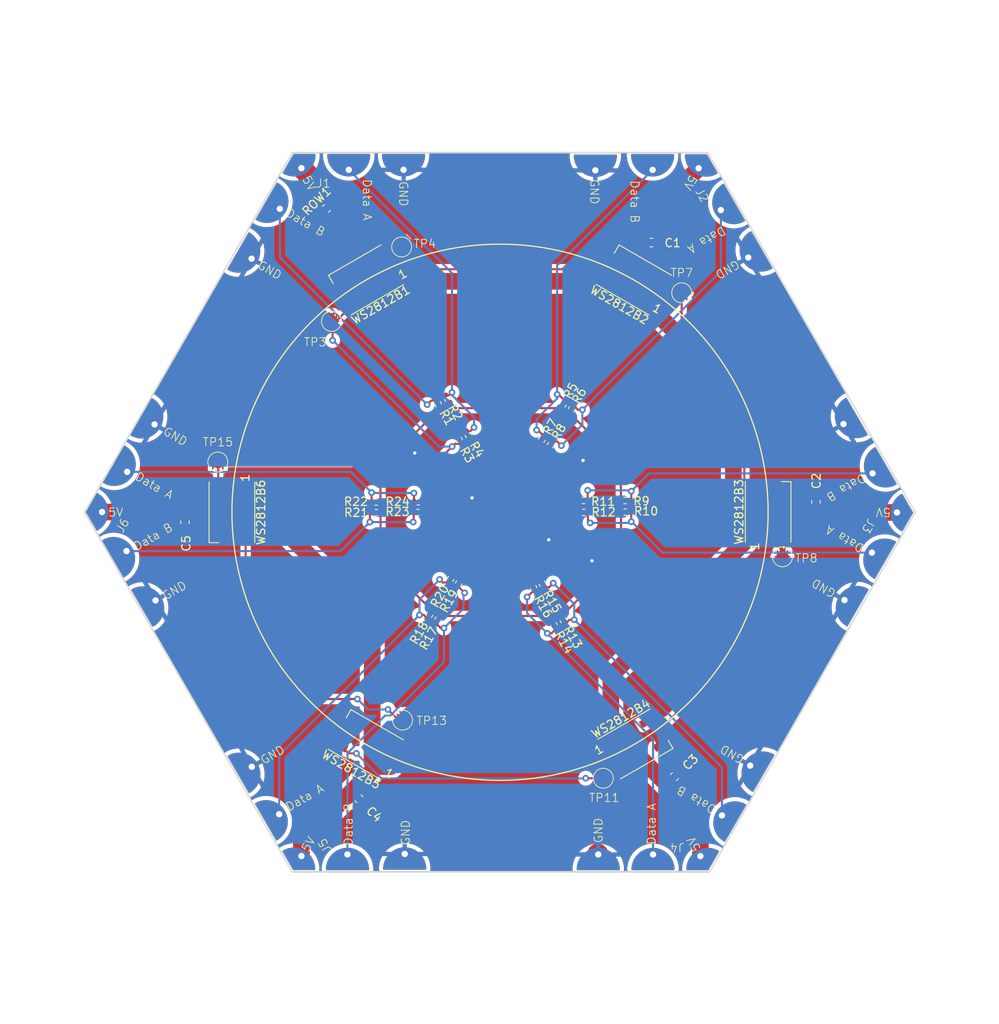
<source format=kicad_pcb>
(kicad_pcb (version 20240108) (generator "pcbnew") (generator_version "8.0")
  (layers (0 "F.Cu" signal) (31 "B.Cu" signal) (34 "B.Paste" user) (35 "F.Paste" user) (36 "B.SilkS" user "B.Silkscreen") (37 "F.SilkS" user "F.Silkscreen") (38 "B.Mask" user) (39 "F.Mask" user) (44 "Edge.Cuts" user))
  (net 0 "")
  (net 1 "+5V")
  (net 2 "GND")
  (net 3 "Net-(J1-Pin_2)")
  (net 4 "Net-(J1-Pin_3)")
  (net 5 "Net-(J2-Pin_3)")
  (net 6 "Net-(J2-Pin_2)")
  (net 7 "Net-(J3-Pin_2)")
  (net 8 "Net-(J3-Pin_3)")
  (net 9 "Net-(J4-Pin_3)")
  (net 10 "Net-(J4-Pin_2)")
  (net 11 "Net-(J5-Pin_3)")
  (net 12 "Net-(J5-Pin_2)")
  (net 13 "Net-(J6-Pin_2)")
  (net 14 "Net-(J6-Pin_3)")
  (net 15 "LED_OUT")
  (net 16 "LED_IN")
  (net 17 "Net-(WS2812B1-DOU)")
  (net 18 "Net-(WS2812B2-DOU)")
  (net 19 "Net-(WS2812B3-DOU)")
  (net 20 "Net-(WS2812B4-DOU)")
  (net 21 "Net-(WS2812B5-DOU)")
  (footprint "SWS-Library:SWS-Testpoint-Bug-SM-2.4mm" (layer "F.Cu") (at 124.52 160.38)
    (property "Reference" "TP13")
    (property "Value" "TestPoint")
  )
  (footprint "Resistor_SMD:R_0402_1005Metric" (layer "F.Cu") (at 142.35 127.26 60)
    (property "Reference" "R8")
    (property "Value" "0")
  )
  (footprint "Resistor_SMD:R_0402_1005Metric" (layer "F.Cu") (at 132.45 126.04 120)
    (property "Reference" "R4")
    (property "Value" "0")
  )
  (footprint "SWS-Library:SWS-Testpoint-Bug-SM-2.4mm" (layer "F.Cu") (at 115.96 112.36)
    (property "Reference" "TP3")
    (property "Value" "TestPoint")
  )
  (footprint "SWS-Library:dodecahedron_corner" (layer "F.Cu") (at 185.94 135.53 -120)
    (property "Reference" "J3")
    (property "Value" "Conn_01x04" (hide yes))
  )
  (footprint "Resistor_SMD:R_0402_1005Metric" (layer "F.Cu") (at 121.35 134.12 180)
    (property "Reference" "R22")
    (property "Value" "0")
  )
  (footprint "SWS-Library:SWS-Testpoint-Bug-SM-2.4mm" (layer "F.Cu") (at 158.14 108.92)
    (property "Reference" "TP7")
    (property "Value" "TestPoint")
  )
  (footprint "SWS-Library:C_0603_1608Metric" (layer "F.Cu") (at 154.49 102.87)
    (property "Reference" "C1")
    (property "Value" "1uF,25V,X5R")
  )
  (footprint "Resistor_SMD:R_0402_1005Metric" (layer "F.Cu") (at 151.34 135.33)
    (property "Reference" "R10")
    (property "Value" "0")
  )
  (footprint "SWS-Library:C_0603_1608Metric" (layer "F.Cu") (at 174.31 134.09 90)
    (property "Reference" "C2")
    (property "Value" "1uF,25V,X5R")
  )
  (footprint "LED_SMD:LED_WS2812B_PLCC4_5.0x5.0mm_P3.2mm" (layer "F.Cu") (at 168.55 135.31 90)
    (property "Reference" "WS2812B3")
    (property "Value" "XL-5050RGBC-WS2812B")
  )
  (footprint "Resistor_SMD:R_0402_1005Metric" (layer "F.Cu") (at 126.41 134.09 180)
    (property "Reference" "R24")
    (property "Value" "0")
  )
  (footprint "Resistor_SMD:R_0402_1005Metric" (layer "F.Cu") (at 126.38 135.38 180)
    (property "Reference" "R23")
    (property "Value" "0")
  )
  (footprint "Resistor_SMD:R_0402_1005Metric" (layer "F.Cu") (at 127.76 147.7 -120)
    (property "Reference" "R18")
    (property "Value" "0")
  )
  (footprint "LED_SMD:LED_WS2812B_PLCC4_5.0x5.0mm_P3.2mm" (layer "F.Cu") (at 103.97 135.36 -90)
    (property "Reference" "WS2812B6")
    (property "Value" "XL-5050RGBC-WS2812B")
  )
  (footprint "Resistor_SMD:R_0402_1005Metric" (layer "F.Cu") (at 151.32 133.94)
    (property "Reference" "R9")
    (property "Value" "0")
  )
  (footprint "Resistor_SMD:R_0402_1005Metric" (layer "F.Cu") (at 131.28 143.93 -120)
    (property "Reference" "R19")
    (property "Value" "0")
  )
  (footprint "LED_SMD:LED_WS2812B_PLCC4_5.0x5.0mm_P3.2mm" (layer "F.Cu") (at 152.383238 107.366058 150)
    (property "Reference" "WS2812B2")
    (property "Value" "XL-5050RGBC-WS2812B")
  )
  (footprint "LED_SMD:LED_WS2812B_PLCC4_5.0x5.0mm_P3.2mm" (layer "F.Cu") (at 120.133238 107.366058 -150)
    (property "Reference" "WS2812B1")
    (property "Value" "XL-5050RGBC-WS2812B")
  )
  (footprint "SWS-Library:C_0603_1608Metric" (layer "F.Cu") (at 115.35 98.76 45)
    (property "Reference" "ROW1")
    (property "Value" "10uF,10V,X5R ")
  )
  (footprint "Resistor_SMD:R_0402_1005Metric" (layer "F.Cu") (at 141.36 143.94 -60)
    (property "Reference" "R15")
    (property "Value" "0")
  )
  (footprint "SWS-Library:C_0603_1608Metric" (layer "F.Cu") (at 157.27 167.18 45)
    (property "Reference" "C3")
    (property "Value" "1uF,25V,X5R")
  )
  (footprint "Resistor_SMD:R_0402_1005Metric" (layer "F.Cu") (at 121.36 135.4 180)
    (property "Reference" "R21")
    (property "Value" "0")
  )
  (footprint "Resistor_SMD:R_0402_1005Metric" (layer "F.Cu") (at 141.29 126.62 60)
    (property "Reference" "R7")
    (property "Value" "0")
  )
  (footprint "Resistor_SMD:R_0402_1005Metric" (layer "F.Cu") (at 142.75 148.95 -60)
    (property "Reference" "R14")
    (property "Value" "0")
  )
  (footprint "SWS-Library:SWS-Testpoint-Bug-SM-2.4mm" (layer "F.Cu") (at 102.27 129.3)
    (property "Reference" "TP15")
    (property "Value" "TestPoint")
  )
  (footprint "Resistor_SMD:R_0402_1005Metric" (layer "F.Cu") (at 146.3 133.93)
    (property "Reference" "R11")
    (property "Value" "0")
  )
  (footprint "LED_SMD:LED_WS2812B_PLCC4_5.0x5.0mm_P3.2mm" (layer "F.Cu") (at 152.553238 163.246058 30)
    (property "Reference" "WS2812B4")
    (property "Value" "XL-5050RGBC-WS2812B")
  )
  (footprint "Resistor_SMD:R_0402_1005Metric" (layer "F.Cu") (at 140.31 144.49 -60)
    (property "Reference" "R16")
    (property "Value" "0")
  )
  (footprint "Resistor_SMD:R_0402_1005Metric" (layer "F.Cu") (at 128.8 148.28 -120)
    (property "Reference" "R17")
    (property "Value" "0")
  )
  (footprint "SWS-Library:SWS-Testpoint-Bug-SM-2.4mm" (layer "F.Cu") (at 170.28 140.71)
    (property "Reference" "TP8")
    (property "Value" "TestPoint")
  )
  (footprint "SWS-Library:C_0603_1608Metric" (layer "F.Cu") (at 119.27 169.86 -45)
    (property "Reference" "C4")
    (property "Value" "1uF,25V,X5R")
  )
  (footprint "SWS-Library:dodecahedron_corner" (layer "F.Cu") (at 161.19 178.46 180)
    (property "Reference" "J4")
    (property "Value" "Conn_01x04" (hide yes))
  )
  (footprint "SWS-Library:dodecahedron_corner" (layer "F.Cu") (at 86.457757 135.16282 60)
    (property "Reference" "J6")
    (property "Value" "Conn_01x04" (hide yes))
  )
  (footprint "Resistor_SMD:R_0402_1005Metric" (layer "F.Cu") (at 144.88 122.95 60)
    (property "Reference" "R6")
    (property "Value" "0")
  )
  (footprint "SWS-Library:C_0603_1608Metric" (layer "F.Cu") (at 98.31 136.55 -90)
    (property "Reference" "C5")
    (property "Value" "1uF,25V,X5R")
  )
  (footprint "SWS-Library:dodecahedron_corner" (layer "F.Cu") (at 161.252243 92.37718 -60)
    (property "Reference" "J2")
    (property "Value" "Conn_01x04" (hide yes))
  )
  (footprint "Resistor_SMD:R_0402_1005Metric" (layer "F.Cu") (at 130.31 143.37 -120)
    (property "Reference" "R20")
    (property "Value" "0")
  )
  (footprint "LED_SMD:LED_WS2812B_PLCC4_5.0x5.0mm_P3.2mm" (layer "F.Cu") (at 120.09 163.32 150)
    (property "Reference" "WS2812B5")
    (property "Value" "XL-5050RGBC-WS2812B")
  )
  (footprint "SWS-Library:SWS-Testpoint-Bug-SM-2.4mm" (layer "F.Cu") (at 124.41 103.4)
    (property "Reference" "TP4")
    (property "Value" "TestPoint")
  )
  (footprint "Resistor_SMD:R_0402_1005Metric" (layer "F.Cu") (at 143.83 122.37 60)
    (property "Reference" "R5")
    (property "Value" "0")
  )
  (footprint "Resistor_SMD:R_0402_1005Metric" (layer "F.Cu") (at 129.96 121.7 120)
    (property "Reference" "R2")
    (property "Value" "0")
  )
  (footprint "SWS-Library:SWS-Testpoint-Bug-SM-2.4mm" (layer "F.Cu") (at 148.69 167.38)
    (property "Reference" "TP11")
    (property "Value" "TestPoint")
  )
  (footprint "SWS-Library:dodecahedron_corner" (layer "F.Cu") (at 111.54 92.21)
    (property "Reference" "J1")
    (property "Value" "Conn_01x04" (hide yes))
  )
  (footprint "SWS-Library:dodecahedron_corner" (layer "F.Cu") (at 111.267757 178.29282 120)
    (property "Reference" "J5")
    (property "Value" "Conn_01x04" (hide yes))
  )
  (footprint "Resistor_SMD:R_0402_1005Metric" (layer "F.Cu") (at 143.88 148.34 -60)
    (property "Reference" "R13")
    (property "Value" "0")
  )
  (footprint "Resistor_SMD:R_0402_1005Metric" (layer "F.Cu") (at 128.81 122.34 120)
    (property "Reference" "R1")
    (property "Value" "0")
  )
  (footprint "Resistor_SMD:R_0402_1005Metric" (layer "F.Cu") (at 146.33 135.37)
    (property "Reference" "R12")
    (property "Value" "0")
  )
  (footprint "Resistor_SMD:R_0402_1005Metric" (layer "F.Cu") (at 131.33 126.66 120)
    (property "Reference" "R3")
    (property "Value" "0")
  )
  (gr_circle (center 136.26 135.35) (end 168.54 134.65) (stroke (width 0.15)) (fill none) (layer "F.SilkS"))
  (gr_line (start 161.25 92.0485) (end 111.25 92.0485) (stroke (width 0.2)) (layer "Edge.Cuts"))
  (gr_line (start 161.25 92.0485) (end 186.25 135.3495) (stroke (width 0.2)) (layer "Edge.Cuts"))
  (gr_line (start 186.25 135.3495) (end 161.5 178.6505) (stroke (width 0.2)) (layer "Edge.Cuts"))
  (gr_line (start 86.25 135.3495) (end 111.25 178.6505) (stroke (width 0.2)) (layer "Edge.Cuts"))
  (gr_line (start 111.25 178.6505) (end 161.5 178.6505) (stroke (width 0.2)) (layer "Edge.Cuts"))
  (gr_line (start 86.25 135.3495) (end 111.25 92.0485) (stroke (width 0.2)) (layer "Edge.Cuts"))
  (segment (start 160.39 176.76) (end 160.39 172.147238) (width 2) (layer "F.Cu") (net 1))
  (segment (start 123.065164 165.973942) (end 121.386762 165.973942) (width 2) (layer "F.Cu") (net 1))
  (segment (start 120.867757 161.477825) (end 120.867757 148.157757) (width 2) (layer "F.Cu") (net 1))
  (segment (start 153.74 110.02) (end 164.36 120.64) (width 2) (layer "F.Cu") (net 1))
  (segment (start 119.105481 105.627437) (end 121.048044 107.57) (width 2.5) (layer "F.Cu") (net 1))
  (segment (start 88.33 135.32) (end 103.21 135.32) (width 2) (layer "F.Cu") (net 1))
  (segment (start 145.47 107.54) (end 147.95 110.02) (width 2) (layer "F.Cu") (net 1))
  (segment (start 184.067757 135.37282) (end 169.28718 135.37282) (width 2) (layer "F.Cu") (net 1))
  (segment (start 125.99699 163.042116) (end 123.065164 165.973942) (width 2) (layer "F.Cu") (net 1))
  (segment (start 103.21 135.32) (end 105.62 132.91) (width 2) (layer "F.Cu") (net 1))
  (segment (start 153.255481 109.595481) (end 153.68 110.02) (width 2) (layer "F.Cu") (net 1))
  (segment (start 119.105481 100.645481) (end 119.105481 105.627437) (width 2.5) (layer "F.Cu") (net 1))
  (segment (start 149.606476 155.053524) (end 149.606476 163.042116) (width 2) (layer "F.Cu") (net 1))
  (segment (start 121.386762 165.973942) (end 120.837724 165.424904) (width 2) (layer "F.Cu") (net 1))
  (segment (start 112.34 93.91) (end 112.37 93.91) (width 2.5) (layer "F.Cu") (net 1))
  (segment (start 123.08 107.57) (end 123.11 107.54) (width 2) (layer "F.Cu") (net 1))
  (segment (start 166.9 137.76) (end 149.606476 155.053524) (width 2) (layer "F.Cu") (net 1))
  (segment (start 112.34 176.75) (end 112.34 175.020704) (width 2) (layer "F.Cu") (net 1))
  (segment (start 164.36 135.22) (end 166.9 137.76) (width 2) (layer "F.Cu") (net 1))
  (segment (start 121.048044 107.57) (end 121.401598 107.57) (width 2.5) (layer "F.Cu") (net 1))
  (segment (start 164.36 120.64) (end 164.36 135.22) (width 2) (layer "F.Cu") (net 1))
  (segment (start 121.401598 107.57) (end 123.08 107.57) (width 2) (layer "F.Cu") (net 1))
  (segment (start 160.18 93.92) (end 153.255481 100.844519) (width 2) (layer "F.Cu") (net 1))
  (segment (start 120.837724 161.507858) (end 120.867757 161.477825) (width 2) (layer "F.Cu") (net 1))
  (segment (start 123.11 107.54) (end 145.47 107.54) (width 2) (layer "F.Cu") (net 1))
  (segment (start 112.34 175.020704) (end 121.386762 165.973942) (width 2) (layer "F.Cu") (net 1))
  (segment (start 151.284878 163.042116) (end 149.606476 163.042116) (width 2) (layer "F.Cu") (net 1))
  (segment (start 120.867757 148.157757) (end 105.62 132.91) (width 2) (layer "F.Cu") (net 1))
  (segment (start 112.37 93.91) (end 119.105481 100.645481) (width 2.5) (layer "F.Cu") (net 1))
  (segment (start 153.255481 100.844519) (end 153.255481 109.595481) (width 2) (layer "F.Cu") (net 1))
  (segment (start 169.28718 135.37282) (end 166.9 137.76) (width 2) (layer "F.Cu") (net 1))
  (segment (start 153.68 110.02) (end 153.74 110.02) (width 2) (layer "F.Cu") (net 1))
  (segment (start 147.95 110.02) (end 153.68 110.02) (width 2) (layer "F.Cu") (net 1))
  (segment (start 160.39 172.147238) (end 151.284878 163.042116) (width 2) (layer "F.Cu") (net 1))
  (segment (start 120.837724 165.424904) (end 120.837724 161.507858) (width 2) (layer "F.Cu") (net 1))
  (segment (start 149.606476 163.042116) (end 125.99699 163.042116) (width 2) (layer "F.Cu") (net 1))
  (segment (start 148.026152 176.496152) (end 148.09 176.56) (width 2.5) (layer "F.Cu") (net 2))
  (via (at 142.13 138.66) (size 0.8) (drill 0.4) (layers "F.Cu" "B.Cu") (net 2))
  (via (at 132.89 133.62) (size 0.8) (drill 0.4) (layers "F.Cu" "B.Cu") (net 2))
  (via (at 147.33 141.2) (size 0.8) (drill 0.4) (layers "F.Cu" "B.Cu") (net 2))
  (via (at 125.99 128.22) (size 0.8) (drill 0.4) (layers "F.Cu" "B.Cu") (net 2))
  (via (at 146.26 129.11) (size 0.8) (drill 0.4) (layers "F.Cu" "B.Cu") (net 2))
  (segment (start 132.671673 125.598327) (end 133.13 125.14) (width 0.25) (layer "F.Cu") (net 3))
  (segment (start 132.195 125.598327) (end 132.671673 125.598327) (width 0.25) (layer "F.Cu") (net 3))
  (segment (start 129.705 121.258327) (end 130.131673 121.258327) (width 0.25) (layer "F.Cu") (net 3))
  (segment (start 130.131673 121.258327) (end 130.47 120.92) (width 0.25) (layer "F.Cu") (net 3))
  (via (at 133.13 125.14) (size 0.8) (drill 0.4) (layers "F.Cu" "B.Cu") (net 3))
  (via (at 130.47 120.92) (size 0.8) (drill 0.4) (layers "F.Cu" "B.Cu") (net 3))
  (segment (start 130.47 120.92) (end 130.47 106.54) (width 0.25) (layer "B.Cu") (net 3))
  (segment (start 133.13 125.14) (end 133.13 123.91) (width 0.25) (layer "B.Cu") (net 3))
  (segment (start 130.47 121.25) (end 130.47 120.92) (width 0.25) (layer "B.Cu") (net 3))
  (segment (start 133.13 123.91) (end 130.47 121.25) (width 0.25) (layer "B.Cu") (net 3))
  (segment (start 130.47 106.54) (end 118.04 94.11) (width 0.25) (layer "B.Cu") (net 3))
  (segment (start 128.555 121.898327) (end 127.971673 121.898327) (width 0.25) (layer "F.Cu") (net 4))
  (segment (start 127.971673 121.898327) (end 127.48 122.39) (width 0.25) (layer "F.Cu") (net 4))
  (via (at 127.48 122.39) (size 0.8) (drill 0.4) (layers "F.Cu" "B.Cu") (net 4))
  (segment (start 127.48 122.39) (end 109.74 104.65) (width 0.25) (layer "B.Cu") (net 4))
  (segment (start 109.74 104.65) (end 109.74 98.81) (width 0.25) (layer "B.Cu") (net 4))
  (segment (start 143.316673 121.16) (end 144.085 121.928327) (width 0.25) (layer "F.Cu") (net 5))
  (segment (start 143.14 121.16) (end 143.316673 121.16) (width 0.25) (layer "F.Cu") (net 5))
  (segment (start 140.816673 125.45) (end 141.545 126.178327) (width 0.25) (layer "F.Cu") (net 5))
  (segment (start 140.67 125.45) (end 140.816673 125.45) (width 0.25) (layer "F.Cu") (net 5))
  (via (at 140.67 125.45) (size 0.8) (drill 0.4) (layers "F.Cu" "B.Cu") (net 5))
  (via (at 143.14 121.16) (size 0.8) (drill 0.4) (layers "F.Cu" "B.Cu") (net 5))
  (segment (start 143.14 105.614809) (end 154.636475 94.118334) (width 0.25) (layer "B.Cu") (net 5))
  (segment (start 143.14 121.65) (end 140.67 124.12) (width 0.25) (layer "B.Cu") (net 5))
  (segment (start 143.14 121.16) (end 143.14 121.65) (width 0.25) (layer "B.Cu") (net 5))
  (segment (start 143.14 121.16) (end 143.14 105.614809) (width 0.25) (layer "B.Cu") (net 5))
  (segment (start 140.67 124.12) (end 140.67 125.45) (width 0.25) (layer "B.Cu") (net 5))
  (segment (start 143.138327 126.818327) (end 143.65 127.33) (width 0.25) (layer "F.Cu") (net 6))
  (segment (start 145.636673 123.01) (end 145.135 122.508327) (width 0.25) (layer "F.Cu") (net 6))
  (segment (start 142.605 126.818327) (end 143.138327 126.818327) (width 0.25) (layer "F.Cu") (net 6))
  (segment (start 146.18 123.01) (end 145.636673 123.01) (width 0.25) (layer "F.Cu") (net 6))
  (segment (start 145.369256 122.742583) (end 145.135 122.508327) (width 0.25) (layer "F.Cu") (net 6))
  (via (at 146.18 123.01) (size 0.8) (drill 0.4) (layers "F.Cu" "B.Cu") (net 6))
  (via (at 143.65 127.33) (size 0.8) (drill 0.4) (layers "F.Cu" "B.Cu") (net 6))
  (segment (start 162.856795 106.333205) (end 146.18 123.01) (width 0.25) (layer "B.Cu") (net 6))
  (segment (start 162.856795 98.956345) (end 162.856795 106.333205) (width 0.25) (layer "B.Cu") (net 6))
  (segment (start 143.65 127.33) (end 146.18 124.8) (width 0.25) (layer "B.Cu") (net 6))
  (segment (start 146.18 124.8) (end 146.18 123.01) (width 0.25) (layer "B.Cu") (net 6))
  (segment (start 146.84 135.37) (end 146.84 136.36) (width 0.25) (layer "F.Cu") (net 7))
  (segment (start 152.07 135.55) (end 151.85 135.33) (width 0.25) (layer "F.Cu") (net 7))
  (segment (start 152.07 136.49) (end 152.07 135.55) (width 0.25) (layer "F.Cu") (net 7))
  (segment (start 146.84 136.36) (end 147.11 136.63) (width 0.25) (layer "F.Cu") (net 7))
  (via (at 147.11 136.63) (size 0.8) (drill 0.4) (layers "F.Cu" "B.Cu") (net 7))
  (via (at 152.07 136.49) (size 0.8) (drill 0.4) (layers "F.Cu" "B.Cu") (net 7))
  (segment (start 147.11 136.63) (end 151.93 136.63) (width 0.25) (layer "B.Cu") (net 7))
  (segment (start 151.93 136.63) (end 152.07 136.49) (width 0.25) (layer "B.Cu") (net 7))
  (segment (start 152.12 136.49) (end 155.839165 140.209165) (width 0.25) (layer "B.Cu") (net 7))
  (segment (start 152.07 136.49) (end 152.12 136.49) (width 0.25) (layer "B.Cu") (net 7))
  (segment (start 155.839165 140.209165) (end 181.044552 140.209165) (width 0.25) (layer "B.Cu") (net 7))
  (segment (start 146.81 133.93) (end 146.81 132.72) (width 0.25) (layer "F.Cu") (net 8))
  (segment (start 152.07 133.7) (end 151.83 133.94) (width 0.25) (layer "F.Cu") (net 8))
  (segment (start 146.81 132.72) (end 146.82 132.71) (width 0.25) (layer "F.Cu") (net 8))
  (segment (start 152.07 132.81) (end 152.07 133.7) (width 0.25) (layer "F.Cu") (net 8))
  (via (at 152.07 132.81) (size 0.8) (drill 0.4) (layers "F.Cu" "B.Cu") (net 8))
  (via (at 146.82 132.71) (size 0.8) (drill 0.4) (layers "F.Cu" "B.Cu") (net 8))
  (segment (start 146.82 132.71) (end 151.97 132.71) (width 0.25) (layer "B.Cu") (net 8))
  (segment (start 154.208846 130.671154) (end 181.124232 130.671154) (width 0.25) (layer "B.Cu") (net 8))
  (segment (start 152.07 132.81) (end 154.208846 130.671154) (width 0.25) (layer "B.Cu") (net 8))
  (segment (start 151.97 132.71) (end 152.07 132.81) (width 0.25) (layer "B.Cu") (net 8))
  (segment (start 144.626673 148.29) (end 144.135 148.781673) (width 0.25) (layer "F.Cu") (net 9))
  (segment (start 145.2 148.29) (end 144.626673 148.29) (width 0.25) (layer "F.Cu") (net 9))
  (segment (start 142.168327 144.381673) (end 142.67 143.88) (width 0.25) (layer "F.Cu") (net 9))
  (segment (start 141.615 144.381673) (end 142.168327 144.381673) (width 0.25) (layer "F.Cu") (net 9))
  (via (at 145.2 148.29) (size 0.8) (drill 0.4) (layers "F.Cu" "B.Cu") (net 9))
  (via (at 142.67 143.88) (size 0.8) (drill 0.4) (layers "F.Cu" "B.Cu") (net 9))
  (segment (start 145.2 148.29) (end 162.99 166.08) (width 0.25) (layer "B.Cu") (net 9))
  (segment (start 162.99 166.08) (end 162.99 171.86) (width 0.25) (layer "B.Cu") (net 9))
  (segment (start 145.2 146.41) (end 145.2 148.29) (width 0.25) (layer "B.Cu") (net 9))
  (segment (start 142.67 143.88) (end 145.2 146.41) (width 0.25) (layer "B.Cu") (net 9))
  (segment (start 140.565 144.931673) (end 140.138327 144.931673) (width 0.25) (layer "F.Cu") (net 10))
  (segment (start 142.466673 149.93) (end 143.005 149.391673) (width 0.25) (layer "F.Cu") (net 10))
  (segment (start 140.138327 144.931673) (end 139.52 145.55) (width 0.25) (layer "F.Cu") (net 10))
  (segment (start 141.95 149.93) (end 142.466673 149.93) (width 0.25) (layer "F.Cu") (net 10))
  (via (at 141.95 149.93) (size 0.8) (drill 0.4) (layers "F.Cu" "B.Cu") (net 10))
  (via (at 139.52 145.55) (size 0.8) (drill 0.4) (layers "F.Cu" "B.Cu") (net 10))
  (segment (start 154.69 162.67) (end 154.69 176.56) (width 0.25) (layer "B.Cu") (net 10))
  (segment (start 141.95 149.93) (end 154.69 162.67) (width 0.25) (layer "B.Cu") (net 10))
  (segment (start 139.52 145.55) (end 139.52 147.5) (width 0.25) (layer "B.Cu") (net 10))
  (segment (start 139.52 147.5) (end 141.95 149.93) (width 0.25) (layer "B.Cu") (net 10))
  (segment (start 129.51 149.29) (end 129.113327 149.29) (width 0.25) (layer "F.Cu") (net 11))
  (segment (start 129.113327 149.29) (end 128.545 148.721673) (width 0.25) (layer "F.Cu") (net 11))
  (segment (start 131.311673 144.371673) (end 132 145.06) (width 0.25) (layer "F.Cu") (net 11))
  (segment (start 131.025 144.371673) (end 131.311673 144.371673) (width 0.25) (layer "F.Cu") (net 11))
  (via (at 129.51 149.29) (size 0.8) (drill 0.4) (layers "F.Cu" "B.Cu") (net 11))
  (via (at 132 145.06) (size 0.8) (drill 0.4) (layers "F.Cu" "B.Cu") (net 11))
  (segment (start 131.86 146.94) (end 129.51 149.29) (width 0.25) (layer "B.Cu") (net 11))
  (segment (start 117.883525 164.366475) (end 117.883525 176.551666) (width 0.25) (layer "B.Cu") (net 11))
  (segment (start 129.51 149.29) (end 129.51 153.375305) (width 0.25) (layer "B.Cu") (net 11))
  (segment (start 122.425 159.825) (end 117.883525 164.366475) (width 0.25) (layer "B.Cu") (net 11))
  (segment (start 132 145.06) (end 131.86 145.2) (width 0.25) (layer "B.Cu") (net 11))
  (segment (start 131.86 145.2) (end 131.86 146.94) (width 0.25) (layer "B.Cu") (net 11))
  (segment (start 123.060305 159.825) (end 122.425 159.825) (width 0.25) (layer "B.Cu") (net 11))
  (segment (start 129.51 153.375305) (end 123.060305 159.825) (width 0.25) (layer "B.Cu") (net 11))
  (segment (start 126.56 147.72) (end 127.083327 147.72) (width 0.25) (layer "F.Cu") (net 12))
  (segment (start 130.055 143.811673) (end 129.361673 143.811673) (width 0.25) (layer "F.Cu") (net 12))
  (segment (start 127.083327 147.72) (end 127.505 148.141673) (width 0.25) (layer "F.Cu") (net 12))
  (segment (start 129.361673 143.811673) (end 128.99 143.44) (width 0.25) (layer "F.Cu") (net 12))
  (via (at 128.99 143.44) (size 0.8) (drill 0.4) (layers "F.Cu" "B.Cu") (net 12))
  (via (at 126.56 147.72) (size 0.8) (drill 0.4) (layers "F.Cu" "B.Cu") (net 12))
  (segment (start 109.663205 164.616795) (end 109.663205 171.713655) (width 0.25) (layer "B.Cu") (net 12))
  (segment (start 126.56 145.87) (end 126.56 147.72) (width 0.25) (layer "B.Cu") (net 12))
  (segment (start 126.56 147.72) (end 109.663205 164.616795) (width 0.25) (layer "B.Cu") (net 12))
  (segment (start 128.99 143.44) (end 126.56 145.87) (width 0.25) (layer "B.Cu") (net 12))
  (segment (start 125.9 134.09) (end 125.9 133.05) (width 0.25) (layer "F.Cu") (net 13))
  (segment (start 120.79 132.98) (end 120.79 134.07) (width 0.25) (layer "F.Cu") (net 13))
  (segment (start 125.9 133.05) (end 125.89 133.04) (width 0.25) (layer "F.Cu") (net 13))
  (segment (start 120.79 134.07) (end 120.84 134.12) (width 0.25) (layer "F.Cu") (net 13))
  (via (at 125.89 133.04) (size 0.8) (drill 0.4) (layers "F.Cu" "B.Cu") (net 13))
  (via (at 120.79 132.98) (size 0.8) (drill 0.4) (layers "F.Cu" "B.Cu") (net 13))
  (segment (start 125.89 133.04) (end 125.88 133.03) (width 0.25) (layer "B.Cu") (net 13))
  (segment (start 120.79 132.98) (end 118.293655 130.483655) (width 0.25) (layer "B.Cu") (net 13))
  (segment (start 118.293655 130.483655) (end 91.353205 130.483655) (width 0.25) (layer "B.Cu") (net 13))
  (segment (start 120.84 133.03) (end 120.79 132.98) (width 0.25) (layer "B.Cu") (net 13))
  (segment (start 125.88 133.03) (end 120.84 133.03) (width 0.25) (layer "B.Cu") (net 13))
  (segment (start 125.87 136.46) (end 125.8 136.53) (width 0.25) (layer "F.Cu") (net 14))
  (segment (start 120.58 136.53) (end 120.58 135.67) (width 0.25) (layer "F.Cu") (net 14))
  (segment (start 120.58 135.67) (end 120.85 135.4) (width 0.25) (layer "F.Cu") (net 14))
  (segment (start 125.87 135.38) (end 125.87 136.46) (width 0.25) (layer "F.Cu") (net 14))
  (via (at 120.58 136.53) (size 0.8) (drill 0.4) (layers "F.Cu" "B.Cu") (net 14))
  (via (at 125.8 136.53) (size 0.8) (drill 0.4) (layers "F.Cu" "B.Cu") (net 14))
  (segment (start 125.22 136.53) (end 120.58 136.53) (width 0.25) (layer "B.Cu") (net 14))
  (segment (start 125.8 136.53) (end 125.22 136.53) (width 0.25) (layer "B.Cu") (net 14))
  (segment (start 117.088334 140.021666) (end 91.273525 140.021666) (width 0.25) (layer "B.Cu") (net 14))
  (segment (start 120.58 136.53) (end 117.088334 140.021666) (width 0.25) (layer "B.Cu") (net 14))
  (segment (start 142.495 148.508327) (end 142.271673 148.508327) (width 0.25) (layer "F.Cu") (net 15))
  (segment (start 142.271673 148.508327) (end 141.601673 147.838327) (width 0.25) (layer "F.Cu") (net 15))
  (segment (start 144.625 123.391673) (end 150.81 129.576673) (width 0.25) (layer "F.Cu") (net 15))
  (segment (start 143.625 147.898327) (end 143.105 147.898327) (width 0.25) (layer "F.Cu") (net 15))
  (segment (start 121.86 129.986673) (end 129.065 122.781673) (width 0.25) (layer "F.Cu") (net 15))
  (segment (start 121.15 129.3) (end 121.86 130.01) (width 0.25) (layer "F.Cu") (net 15))
  (segment (start 121.86 130.01) (end 121.86 134.12) (width 0.25) (layer "F.Cu") (net 15))
  (segment (start 150.81 129.576673) (end 150.81 133.94) (width 0.25) (layer "F.Cu") (net 15))
  (segment (start 128.015 147.258327) (end 128.015 147.125) (width 0.25) (layer "F.Cu") (net 15))
  (segment (start 129.055 147.838327) (end 128.595 147.838327) (width 0.25) (layer "F.Cu") (net 15))
  (segment (start 130.885 122.811673) (end 130.215 122.141673) (width 0.25) (layer "F.Cu") (net 15))
  (segment (start 130.215 122.141673) (end 129.705 122.141673) (width 0.25) (layer "F.Cu") (net 15))
  (segment (start 143.105 147.898327) (end 142.495 148.508327) (width 0.25) (layer "F.Cu") (net 15))
  (segment (start 150.83 133.96) (end 150.81 133.94) (width 0.25) (layer "F.Cu") (net 15))
  (segment (start 128.595 147.838327) (end 128.015 147.258327) (width 0.25) (layer "F.Cu") (net 15))
  (segment (start 121.87 140.98) (end 121.87 135.4) (width 0.25) (layer "F.Cu") (net 15))
  (segment (start 141.601673 147.838327) (end 129.055 147.838327) (width 0.25) (layer "F.Cu") (net 15))
  (segment (start 150.83 135.33) (end 150.83 140.693327) (width 0.25) (layer "F.Cu") (net 15))
  (segment (start 150.83 140.693327) (end 143.625 147.898327) (width 0.25) (layer "F.Cu") (net 15))
  (segment (start 150.83 135.33) (end 150.83 133.96) (width 0.25) (layer "F.Cu") (net 15))
  (segment (start 102.27 129.3) (end 121.15 129.3) (width 0.25) (layer "F.Cu") (net 15))
  (segment (start 129.065 122.781673) (end 128.731673 123.115) (width 0.25) (layer "F.Cu") (net 15))
  (segment (start 144.155 123.391673) (end 143.575 122.811673) (width 0.25) (layer "F.Cu") (net 15))
  (segment (start 143.575 122.811673) (end 130.885 122.811673) (width 0.25) (layer "F.Cu") (net 15))
  (segment (start 121.86 134.12) (end 121.86 129.986673) (width 0.25) (layer "F.Cu") (net 15))
  (segment (start 102.32 132.91) (end 102.32 129.35) (width 0.25) (layer "F.Cu") (net 15))
  (segment (start 128.015 147.125) (end 121.87 140.98) (width 0.25) (layer "F.Cu") (net 15))
  (segment (start 144.625 123.391673) (end 144.155 123.391673) (width 0.25) (layer "F.Cu") (net 15))
  (segment (start 129.705 122.141673) (end 129.065 122.781673) (width 0.25) (layer "F.Cu") (net 15))
  (segment (start 121.87 135.4) (end 121.87 134.13) (width 0.25) (layer "F.Cu") (net 15))
  (segment (start 121.87 134.13) (end 121.86 134.12) (width 0.25) (layer "F.Cu") (net 15))
  (segment (start 131.535 143.488327) (end 131.125 143.488327) (width 0.25) (layer "F.Cu") (net 16))
  (segment (start 130.565 142.928327) (end 126.89 139.253327) (width 0.25) (layer "F.Cu") (net 16))
  (segment (start 145.82 135.37) (end 145.82 138.783327) (width 0.25) (layer "F.Cu") (net 16))
  (segment (start 132.705 126.481673) (end 132.831673 126.481673) (width 0.25) (layer "F.Cu") (net 16))
  (segment (start 126.92 131.01) (end 130.49 127.44) (width 0.25) (layer "F.Cu") (net 16))
  (segment (start 126.92 134.09) (end 126.92 131.01) (width 0.25) (layer "F.Cu") (net 16))
  (segment (start 131.125 143.488327) (end 130.565 142.928327) (width 0.25) (layer "F.Cu") (net 16))
  (segment (start 142.095 127.701673) (end 145.79 131.396673) (width 0.25) (layer "F.Cu") (net 16))
  (segment (start 126.89 134.12) (end 126.92 134.09) (width 0.25) (layer "F.Cu") (net 16))
  (segment (start 140.605 143.498327) (end 140.055 144.048327) (width 0.25) (layer "F.Cu") (net 16))
  (segment (start 139.441673 143.488327) (end 131.535 143.488327) (width 0.25) (layer "F.Cu") (net 16))
  (segment (start 145.82 138.783327) (end 141.105 143.498327) (width 0.25) (layer "F.Cu") (net 16))
  (segment (start 141.035 127.061673) (end 141.455 127.061673) (width 0.25) (layer "F.Cu") (net 16))
  (segment (start 133.411673 127.061673) (end 141.035 127.061673) (width 0.25) (layer "F.Cu") (net 16))
  (segment (start 116.09 114.65) (end 116.09 112.49) (width 0.25) (layer "F.Cu") (net 16))
  (segment (start 131.585 127.101673) (end 132.085 127.101673) (width 0.25) (layer "F.Cu") (net 16))
  (segment (start 132.085 127.101673) (end 132.705 126.481673) (width 0.25) (layer "F.Cu") (net 16))
  (segment (start 145.82 135.37) (end 145.82 133.96) (width 0.25) (layer "F.Cu") (net 16))
  (segment (start 118.836476 110.02) (end 116.496476 112.36) (width 0.25) (layer "F.Cu") (net 16))
  (segment (start 126.89 139.253327) (end 126.89 135.38) (width 0.25) (layer "F.Cu") (net 16))
  (segment (start 140.055 144.048327) (end 140.001673 144.048327) (width 0.25) (layer "F.Cu") (net 16))
  (segment (start 130.828327 127.101673) (end 130.49 127.44) (width 0.25) (layer "F.Cu") (net 16))
  (segment (start 131.585 127.101673) (end 130.828327 127.101673) (width 0.25) (layer "F.Cu") (net 16))
  (segment (start 116.496476 112.36) (end 115.96 112.36) (width 0.25) (layer "F.Cu") (net 16))
  (segment (start 140.001673 144.048327) (end 139.441673 143.488327) (width 0.25) (layer "F.Cu") (net 16))
  (segment (start 132.831673 126.481673) (end 133.411673 127.061673) (width 0.25) (layer "F.Cu") (net 16))
  (segment (start 116.09 112.49) (end 115.96 112.36) (width 0.25) (layer "F.Cu") (net 16))
  (segment (start 126.89 135.38) (end 126.89 134.12) (width 0.25) (layer "F.Cu") (net 16))
  (segment (start 141.455 127.061673) (end 142.095 127.701673) (width 0.25) (layer "F.Cu") (net 16))
  (segment (start 145.82 133.96) (end 145.79 133.93) (width 0.25) (layer "F.Cu") (net 16))
  (segment (start 145.79 131.396673) (end 145.79 133.93) (width 0.25) (layer "F.Cu") (net 16))
  (segment (start 141.105 143.498327) (end 140.605 143.498327) (width 0.25) (layer "F.Cu") (net 16))
  (via (at 116.09 114.65) (size 0.8) (drill 0.4) (layers "F.Cu" "B.Cu") (net 16))
  (via (at 130.49 127.44) (size 0.8) (drill 0.4) (layers "F.Cu" "B.Cu") (net 16))
  (segment (start 116.13 114.65) (end 116.09 114.65) (width 0.25) (layer "B.Cu") (net 16))
  (segment (start 130.49 127.44) (end 128.92 127.44) (width 0.25) (layer "B.Cu") (net 16))
  (segment (start 128.92 127.44) (end 116.13 114.65) (width 0.25) (layer "B.Cu") (net 16))
  (segment (start 121.43 104.712116) (end 123.097884 104.712116) (width 0.25) (layer "F.Cu") (net 17))
  (segment (start 123.097884 104.712116) (end 124.41 103.4) (width 0.25) (layer "F.Cu") (net 17))
  (segment (start 127.09 106.08) (end 147.946476 106.08) (width 0.25) (layer "F.Cu") (net 17))
  (segment (start 124.41 103.4) (end 127.09 106.08) (width 0.25) (layer "F.Cu") (net 17))
  (segment (start 147.946476 106.08) (end 149.436476 107.57) (width 0.25) (layer "F.Cu") (net 17))
  (segment (start 165.685 131.645) (end 166.9 132.86) (width 0.25) (layer "F.Cu") (net 18))
  (segment (start 158.14 112.546168) (end 165.685 120.091167) (width 0.25) (layer "F.Cu") (net 18))
  (segment (start 156.382116 107.162116) (end 158.14 108.92) (width 0.25) (layer "F.Cu") (net 18))
  (segment (start 155.33 107.162116) (end 156.382116 107.162116) (width 0.25) (layer "F.Cu") (net 18))
  (segment (start 165.685 120.091167) (end 165.685 131.645) (width 0.25) (layer "F.Cu") (net 18))
  (segment (start 158.14 108.92) (end 158.14 112.546168) (width 0.25) (layer "F.Cu") (net 18))
  (segment (start 170.28 140.71) (end 165.66 145.33) (width 0.25) (layer "F.Cu") (net 19))
  (segment (start 170.28 140.71) (end 170.2 140.63) (width 0.25) (layer "F.Cu") (net 19))
  (segment (start 165.66 151.4) (end 156.467884 160.592116) (width 0.25) (layer "F.Cu") (net 19))
  (segment (start 156.467884 160.592116) (end 153.85 160.592116) (width 0.25) (layer "F.Cu") (net 19))
  (segment (start 165.66 145.33) (end 165.66 151.4) (width 0.25) (layer "F.Cu") (net 19))
  (segment (start 170.2 140.63) (end 170.2 137.76) (width 0.25) (layer "F.Cu") (net 19))
  (segment (start 118.96 164.39) (end 118.009296 164.39) (width 0.25) (layer "F.Cu") (net 20))
  (segment (start 118.009296 164.39) (end 117.143238 163.523942) (width 0.25) (layer "F.Cu") (net 20))
  (segment (start 148.69 167.38) (end 150.17 165.9) (width 0.25) (layer "F.Cu") (net 20))
  (segment (start 146.58 167.38) (end 148.69 167.38) (width 0.25) (layer "F.Cu") (net 20))
  (segment (start 150.17 165.9) (end 151.256476 165.9) (width 0.25) (layer "F.Cu") (net 20))
  (via (at 118.96 164.39) (size 0.8) (drill 0.4) (layers "F.Cu" "B.Cu") (net 20))
  (via (at 146.58 167.38) (size 0.8) (drill 0.4) (layers "F.Cu" "B.Cu") (net 20))
  (segment (start 146.56 167.4) (end 121.97 167.4) (width 0.25) (layer "B.Cu") (net 20))
  (segment (start 146.58 167.38) (end 146.56 167.4) (width 0.25) (layer "B.Cu") (net 20))
  (segment (start 121.97 167.4) (end 118.96 164.39) (width 0.25) (layer "B.Cu") (net 20))
  (segment (start 113.26 157.84) (end 105.62 150.2) (width 0.25) (layer "F.Cu") (net 21))
  (segment (start 123.036762 161.863238) (end 124.52 160.38) (width 0.25) (layer "F.Cu") (net 21))
  (segment (start 123.036762 163.116058) (end 123.036762 161.863238) (width 0.25) (layer "F.Cu") (net 21))
  (segment (start 124.52 160.38) (end 124.04 160.38) (width 0.25) (layer "F.Cu") (net 21))
  (segment (start 124.04 160.38) (end 122.76 159.1) (width 0.25) (layer "F.Cu") (net 21))
  (segment (start 119.08 157.84) (end 113.26 157.84) (width 0.25) (layer "F.Cu") (net 21))
  (segment (start 105.62 150.2) (end 105.62 137.81) (width 0.25) (layer "F.Cu") (net 21))
  (via (at 122.76 159.1) (size 0.8) (drill 0.4) (layers "F.Cu" "B.Cu") (net 21))
  (via (at 119.08 157.84) (size 0.8) (drill 0.4) (layers "F.Cu" "B.Cu") (net 21))
  (segment (start 120.34 159.1) (end 122.76 159.1) (width 0.25) (layer "B.Cu") (net 21))
  (segment (start 119.08 157.84) (end 120.34 159.1) (width 0.25) (layer "B.Cu") (net 21))
  (zone (net 2) (net_name "GND") (layers "F&B.Cu") (connect_pads (clearance 0.5)) (min_thickness 0.25) (fill yes (thermal_gap 0.5) (thermal_bridge_width 0.5))
    (polygon (pts (xy 111.24 91.94) (xy 161.28 92.04) (xy 186.33 135.37) (xy 161.54 178.74) (xy 111.2 178.74) (xy 86.16 135.36) (xy 111.31 92.02) (xy 111.62 92.02) (xy 111.31 92.01)))
  )
)
</source>
